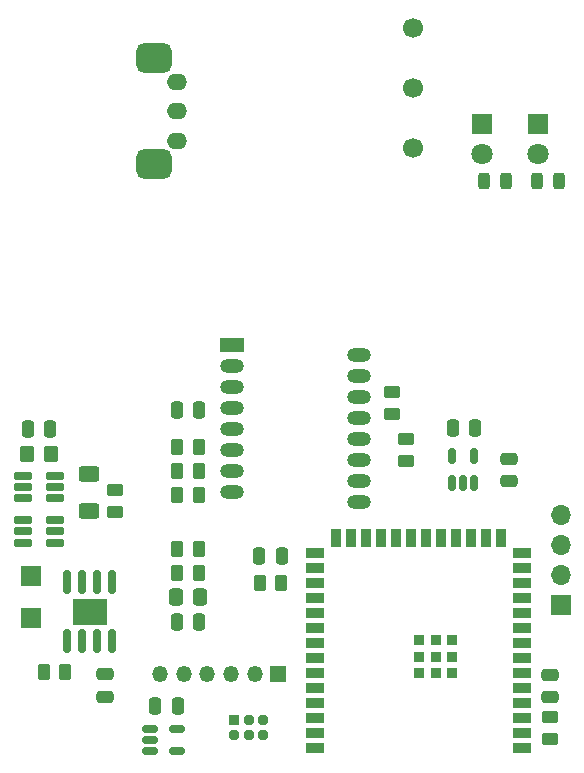
<source format=gbr>
%TF.GenerationSoftware,KiCad,Pcbnew,9.0.1*%
%TF.CreationDate,2025-04-29T20:05:43+02:00*%
%TF.ProjectId,Trackball,54726163-6b62-4616-9c6c-2e6b69636164,rev?*%
%TF.SameCoordinates,Original*%
%TF.FileFunction,Soldermask,Top*%
%TF.FilePolarity,Negative*%
%FSLAX46Y46*%
G04 Gerber Fmt 4.6, Leading zero omitted, Abs format (unit mm)*
G04 Created by KiCad (PCBNEW 9.0.1) date 2025-04-29 20:05:43*
%MOMM*%
%LPD*%
G01*
G04 APERTURE LIST*
G04 Aperture macros list*
%AMRoundRect*
0 Rectangle with rounded corners*
0 $1 Rounding radius*
0 $2 $3 $4 $5 $6 $7 $8 $9 X,Y pos of 4 corners*
0 Add a 4 corners polygon primitive as box body*
4,1,4,$2,$3,$4,$5,$6,$7,$8,$9,$2,$3,0*
0 Add four circle primitives for the rounded corners*
1,1,$1+$1,$2,$3*
1,1,$1+$1,$4,$5*
1,1,$1+$1,$6,$7*
1,1,$1+$1,$8,$9*
0 Add four rect primitives between the rounded corners*
20,1,$1+$1,$2,$3,$4,$5,0*
20,1,$1+$1,$4,$5,$6,$7,0*
20,1,$1+$1,$6,$7,$8,$9,0*
20,1,$1+$1,$8,$9,$2,$3,0*%
G04 Aperture macros list end*
%ADD10RoundRect,0.250000X0.450000X-0.262500X0.450000X0.262500X-0.450000X0.262500X-0.450000X-0.262500X0*%
%ADD11RoundRect,0.250000X0.262500X0.450000X-0.262500X0.450000X-0.262500X-0.450000X0.262500X-0.450000X0*%
%ADD12RoundRect,0.250000X-0.250000X-0.475000X0.250000X-0.475000X0.250000X0.475000X-0.250000X0.475000X0*%
%ADD13RoundRect,0.250000X-0.475000X0.250000X-0.475000X-0.250000X0.475000X-0.250000X0.475000X0.250000X0*%
%ADD14R,2.000000X1.200000*%
%ADD15O,2.000000X1.200000*%
%ADD16RoundRect,0.250000X0.250000X0.475000X-0.250000X0.475000X-0.250000X-0.475000X0.250000X-0.475000X0*%
%ADD17R,0.950000X0.950000*%
%ADD18C,0.950000*%
%ADD19R,1.350000X1.350000*%
%ADD20O,1.350000X1.350000*%
%ADD21C,1.700000*%
%ADD22RoundRect,0.150000X0.150000X-0.825000X0.150000X0.825000X-0.150000X0.825000X-0.150000X-0.825000X0*%
%ADD23R,3.000000X2.290000*%
%ADD24R,1.800000X1.800000*%
%ADD25C,1.800000*%
%ADD26R,1.700000X1.700000*%
%ADD27O,1.700000X1.700000*%
%ADD28RoundRect,0.150000X0.150000X-0.512500X0.150000X0.512500X-0.150000X0.512500X-0.150000X-0.512500X0*%
%ADD29R,1.500000X0.900000*%
%ADD30R,0.900000X1.500000*%
%ADD31R,0.900000X0.900000*%
%ADD32RoundRect,0.250000X-0.625000X0.400000X-0.625000X-0.400000X0.625000X-0.400000X0.625000X0.400000X0*%
%ADD33RoundRect,0.162500X-0.617500X-0.162500X0.617500X-0.162500X0.617500X0.162500X-0.617500X0.162500X0*%
%ADD34RoundRect,0.150000X-0.512500X-0.150000X0.512500X-0.150000X0.512500X0.150000X-0.512500X0.150000X0*%
%ADD35RoundRect,0.250000X-0.262500X-0.450000X0.262500X-0.450000X0.262500X0.450000X-0.262500X0.450000X0*%
%ADD36RoundRect,0.162500X0.617500X0.162500X-0.617500X0.162500X-0.617500X-0.162500X0.617500X-0.162500X0*%
%ADD37RoundRect,0.243750X-0.243750X-0.456250X0.243750X-0.456250X0.243750X0.456250X-0.243750X0.456250X0*%
%ADD38RoundRect,0.625000X0.875000X-0.625000X0.875000X0.625000X-0.875000X0.625000X-0.875000X-0.625000X0*%
%ADD39O,1.700000X1.400000*%
%ADD40RoundRect,0.250000X0.350000X0.450000X-0.350000X0.450000X-0.350000X-0.450000X0.350000X-0.450000X0*%
%ADD41RoundRect,0.250000X-0.337500X-0.475000X0.337500X-0.475000X0.337500X0.475000X-0.337500X0.475000X0*%
G04 APERTURE END LIST*
D10*
%TO.C,R6*%
X-15250000Y-46312500D03*
X-15250000Y-44487500D03*
%TD*%
D11*
%TO.C,R5*%
X-19487500Y-59900000D03*
X-21312500Y-59900000D03*
%TD*%
D12*
%TO.C,C9*%
X-22650000Y-39350000D03*
X-20750000Y-39350000D03*
%TD*%
D13*
%TO.C,C7*%
X-16100000Y-60100000D03*
X-16100000Y-62000000D03*
%TD*%
D14*
%TO.C,U2*%
X-5350000Y-32185000D03*
D15*
X-5350000Y-33965000D03*
X-5350000Y-35745000D03*
X-5350000Y-37525000D03*
X-5350000Y-39305000D03*
X-5350000Y-41085000D03*
X-5350000Y-42865000D03*
X-5350000Y-44645000D03*
X5350000Y-45535000D03*
X5350000Y-43755000D03*
X5350000Y-41975000D03*
X5350000Y-40195000D03*
X5350000Y-38415000D03*
X5350000Y-36635000D03*
X5350000Y-34855000D03*
X5350000Y-33075000D03*
%TD*%
D16*
%TO.C,C4*%
X-9950000Y-62800000D03*
X-11850000Y-62800000D03*
%TD*%
D17*
%TO.C,J3*%
X-5200000Y-64000000D03*
D18*
X-3950000Y-64000000D03*
X-2700000Y-64000000D03*
X-5200000Y-65250000D03*
X-3950000Y-65250000D03*
X-2700000Y-65250000D03*
%TD*%
D19*
%TO.C,J4*%
X-1450000Y-60050000D03*
D20*
X-3450001Y-60049999D03*
X-5450000Y-60050000D03*
X-7450001Y-60049999D03*
X-9450000Y-60050000D03*
X-11450000Y-60050001D03*
%TD*%
D21*
%TO.C,SW4*%
X10000000Y-15530000D03*
X10000000Y-10450000D03*
X10000000Y-5370000D03*
%TD*%
D12*
%TO.C,C6*%
X-3062500Y-50100000D03*
X-1162500Y-50100000D03*
%TD*%
D22*
%TO.C,U5*%
X-19305000Y-57255000D03*
X-18035000Y-57255000D03*
X-16765000Y-57255000D03*
X-15495000Y-57255000D03*
X-15495000Y-52305000D03*
X-16765000Y-52305000D03*
X-18035000Y-52305000D03*
X-19305000Y-52305000D03*
D23*
X-17400000Y-54780000D03*
%TD*%
D24*
%TO.C,D102*%
X15800000Y-13460000D03*
D25*
X15800000Y-16000000D03*
%TD*%
D12*
%TO.C,C3*%
X-10050000Y-55650000D03*
X-8150000Y-55650000D03*
%TD*%
D26*
%TO.C,J7*%
X-22400000Y-51750000D03*
%TD*%
%TO.C,J1*%
X22450000Y-54250000D03*
D27*
X22450000Y-51710000D03*
X22450000Y-49170000D03*
X22450000Y-46630000D03*
%TD*%
D16*
%TO.C,C104*%
X-8150000Y-37750000D03*
X-10050000Y-37750000D03*
%TD*%
D28*
%TO.C,U1*%
X13237500Y-43887500D03*
X14187500Y-43887500D03*
X15137500Y-43887500D03*
X15137500Y-41612500D03*
X13237500Y-41612500D03*
%TD*%
D29*
%TO.C,U4*%
X19150000Y-66320000D03*
X19150000Y-65050000D03*
X19150000Y-63780000D03*
X19150000Y-62510000D03*
X19150000Y-61240000D03*
X19150000Y-59970000D03*
X19150000Y-58700000D03*
X19150000Y-57430000D03*
X19150000Y-56160000D03*
X19150000Y-54890000D03*
X19150000Y-53620000D03*
X19150000Y-52350000D03*
X19150000Y-51080000D03*
X19150000Y-49810000D03*
D30*
X17385000Y-48560000D03*
X16115000Y-48560000D03*
X14845000Y-48560000D03*
X13575000Y-48560000D03*
X12305000Y-48560000D03*
X11035000Y-48560000D03*
X9765000Y-48560000D03*
X8495000Y-48560000D03*
X7225000Y-48560000D03*
X5955000Y-48560000D03*
X4685000Y-48560000D03*
X3415000Y-48560000D03*
D29*
X1650000Y-49810000D03*
X1650000Y-51080000D03*
X1650000Y-52350000D03*
X1650000Y-53620000D03*
X1650000Y-54890000D03*
X1650000Y-56160000D03*
X1650000Y-57430000D03*
X1650000Y-58700000D03*
X1650000Y-59970000D03*
X1650000Y-61240000D03*
X1650000Y-62510000D03*
X1650000Y-63780000D03*
X1650000Y-65050000D03*
X1650000Y-66320000D03*
D31*
X13300000Y-60000000D03*
X13300000Y-58600000D03*
X13300000Y-57200000D03*
X13300000Y-57200000D03*
X11900000Y-60000000D03*
X11900000Y-60000000D03*
X11900000Y-58600000D03*
X11900000Y-57200000D03*
X10500000Y-60000000D03*
X10500000Y-58600000D03*
X10500000Y-57200000D03*
%TD*%
D11*
%TO.C,R108*%
X-8187500Y-44900000D03*
X-10012500Y-44900000D03*
%TD*%
D10*
%TO.C,R102*%
X9400000Y-42012500D03*
X9400000Y-40187500D03*
%TD*%
D24*
%TO.C,D101*%
X20550000Y-13480000D03*
D25*
X20550000Y-16020000D03*
%TD*%
D32*
%TO.C,R7*%
X-17500000Y-43150000D03*
X-17500000Y-46250000D03*
%TD*%
D33*
%TO.C,U7*%
X-23050000Y-47050000D03*
X-23050000Y-48000000D03*
X-23050000Y-48950000D03*
X-20350000Y-48950000D03*
X-20350000Y-48000000D03*
X-20350000Y-47050000D03*
%TD*%
D34*
%TO.C,U3*%
X-12287500Y-64687500D03*
X-12287500Y-65637500D03*
X-12287500Y-66587500D03*
X-10012500Y-66587500D03*
X-10012500Y-64687500D03*
%TD*%
D35*
%TO.C,R107*%
X-10012500Y-42900000D03*
X-8187500Y-42900000D03*
%TD*%
D36*
%TO.C,U6*%
X-20350000Y-45200000D03*
X-20350000Y-44250000D03*
X-20350000Y-43300000D03*
X-23050000Y-43300000D03*
X-23050000Y-44250000D03*
X-23050000Y-45200000D03*
%TD*%
D11*
%TO.C,R3*%
X-8187500Y-49500000D03*
X-10012500Y-49500000D03*
%TD*%
D12*
%TO.C,C2*%
X13350000Y-39200000D03*
X15250000Y-39200000D03*
%TD*%
D37*
%TO.C,R106*%
X15962500Y-18350000D03*
X17837500Y-18350000D03*
%TD*%
D38*
%TO.C,SW3*%
X-12000000Y-16920000D03*
X-12000000Y-7920000D03*
D39*
X-10000000Y-14920000D03*
X-10000000Y-12420000D03*
X-10000000Y-9920000D03*
%TD*%
D13*
%TO.C,C1*%
X18100000Y-41850000D03*
X18100000Y-43750000D03*
%TD*%
D10*
%TO.C,R101*%
X8200000Y-38012500D03*
X8200000Y-36187500D03*
%TD*%
D37*
%TO.C,R105*%
X20425000Y-18350000D03*
X22300000Y-18350000D03*
%TD*%
D13*
%TO.C,C5*%
X21550000Y-60150000D03*
X21550000Y-62050000D03*
%TD*%
D40*
%TO.C,R8*%
X-20700000Y-41400000D03*
X-22700000Y-41400000D03*
%TD*%
D41*
%TO.C,C8*%
X-10137500Y-53550000D03*
X-8062500Y-53550000D03*
%TD*%
D10*
%TO.C,R1*%
X21550000Y-65562500D03*
X21550000Y-63737500D03*
%TD*%
D35*
%TO.C,R2*%
X-3012500Y-52400000D03*
X-1187500Y-52400000D03*
%TD*%
D26*
%TO.C,J10*%
X-22400000Y-55350000D03*
%TD*%
D35*
%TO.C,R109*%
X-10012500Y-40850000D03*
X-8187500Y-40850000D03*
%TD*%
D11*
%TO.C,R4*%
X-8187500Y-51550000D03*
X-10012500Y-51550000D03*
%TD*%
M02*

</source>
